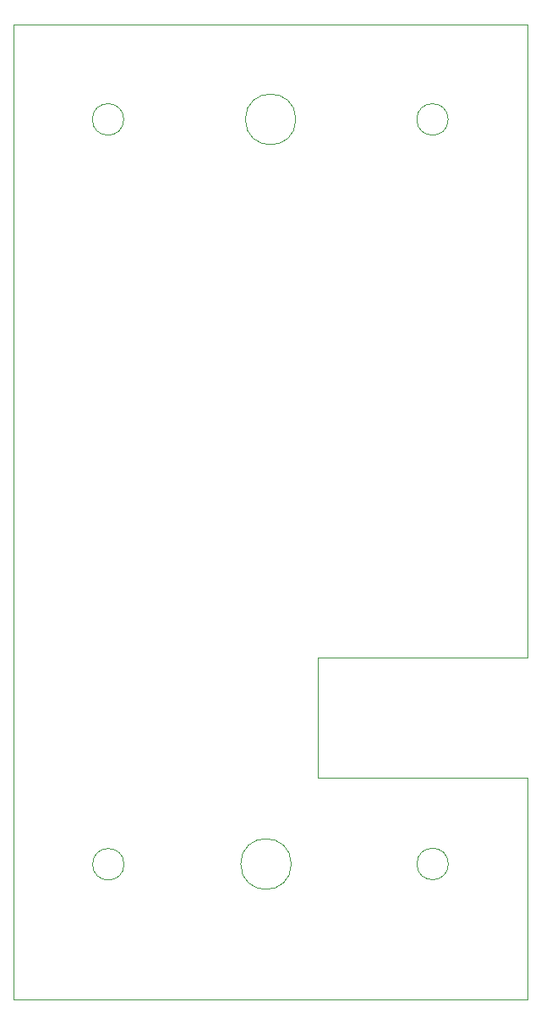
<source format=gm1>
G04 #@! TF.GenerationSoftware,KiCad,Pcbnew,7.0.1*
G04 #@! TF.CreationDate,2023-12-15T11:31:03-05:00*
G04 #@! TF.ProjectId,strum,73747275-6d2e-46b6-9963-61645f706362,rev?*
G04 #@! TF.SameCoordinates,Original*
G04 #@! TF.FileFunction,Profile,NP*
%FSLAX46Y46*%
G04 Gerber Fmt 4.6, Leading zero omitted, Abs format (unit mm)*
G04 Created by KiCad (PCBNEW 7.0.1) date 2023-12-15 11:31:03*
%MOMM*%
%LPD*%
G01*
G04 APERTURE LIST*
G04 #@! TA.AperFunction,Profile*
%ADD10C,0.100000*%
G04 #@! TD*
G04 #@! TA.AperFunction,Profile*
%ADD11C,0.120000*%
G04 #@! TD*
G04 APERTURE END LIST*
D10*
X156114443Y-47645558D02*
G75*
G03*
X156114443Y-47645558I-2534443J0D01*
G01*
X155654443Y-122145558D02*
G75*
G03*
X155654443Y-122145558I-2534443J0D01*
G01*
X171380000Y-122140000D02*
G75*
G03*
X171380000Y-122140000I-1572895J0D01*
G01*
X138900000Y-122170000D02*
G75*
G03*
X138900000Y-122170000I-1572895J0D01*
G01*
X171370000Y-47650000D02*
G75*
G03*
X171370000Y-47650000I-1572895J0D01*
G01*
X138870000Y-47650000D02*
G75*
G03*
X138870000Y-47650000I-1572895J0D01*
G01*
X179320000Y-38160000D02*
X179340000Y-101520000D01*
X127830000Y-38150000D02*
X179320000Y-38160000D01*
X127820000Y-135660000D02*
X127830000Y-38150000D01*
X179340000Y-135660000D02*
X127820000Y-135660000D01*
X179340000Y-113520000D02*
X179340000Y-135660000D01*
D11*
X158340000Y-113520000D02*
X158340000Y-101520000D01*
X158340000Y-101520000D02*
X179340000Y-101520000D01*
X179340000Y-113520000D02*
X158340000Y-113520000D01*
M02*

</source>
